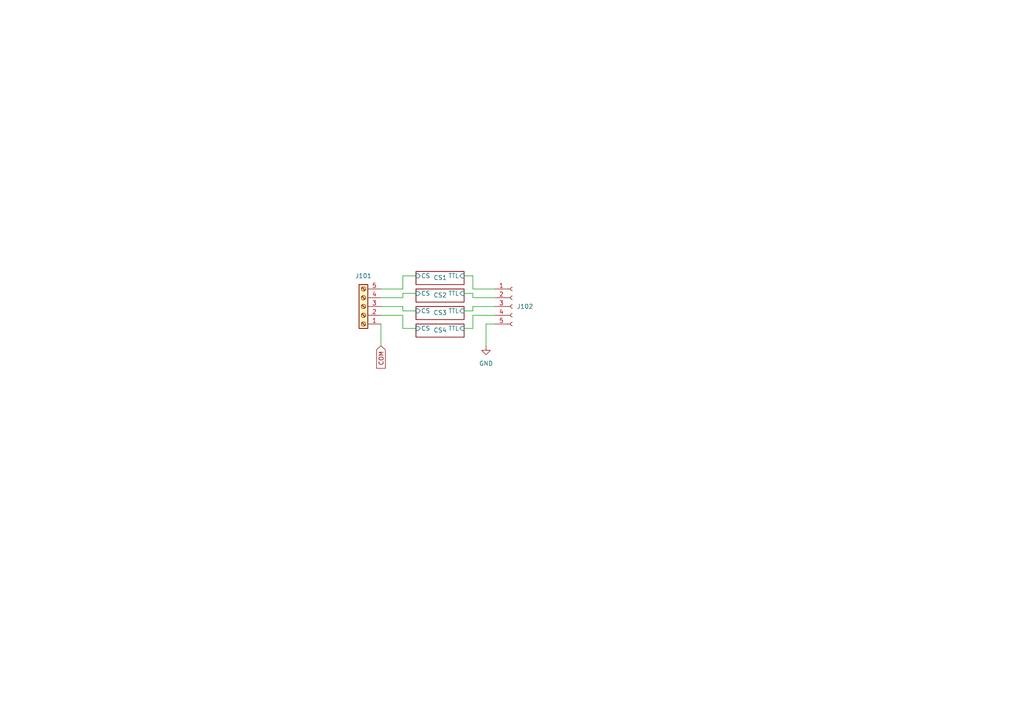
<source format=kicad_sch>
(kicad_sch (version 20230121) (generator eeschema)
  (paper "A4")
  (lib_symbols
    (symbol "Connector:Conn_01x05_Socket" (pin_names (offset 1.016) hide)
      (property "Reference" "J" (at 0 7.62 0))
      (property "Value" "Conn_01x05_Socket" (at 0 -7.62 0))
      (symbol "Conn_01x05_Socket_1_1"
        (arc (start 0 -4.572) (mid -0.5058 -5.08) (end 0 -5.588) (stroke (width 0.1524)))
        (arc (start 0 -2.032) (mid -0.5058 -2.54) (end 0 -3.048) (stroke (width 0.1524)))
        (polyline (pts (xy -1.27 -5.08) (xy -0.508 -5.08)) (stroke (width 0.1524)))
        (polyline (pts (xy -1.27 -2.54) (xy -0.508 -2.54)) (stroke (width 0.1524)))
        (polyline (pts (xy -1.27 0) (xy -0.508 0)) (stroke (width 0.1524)))
        (polyline (pts (xy -1.27 2.54) (xy -0.508 2.54)) (stroke (width 0.1524)))
        (polyline (pts (xy -1.27 5.08) (xy -0.508 5.08)) (stroke (width 0.1524)))
        (arc (start 0 0.508) (mid -0.5058 0) (end 0 -0.508) (stroke (width 0.1524)))
        (arc (start 0 3.048) (mid -0.5058 2.54) (end 0 2.032) (stroke (width 0.1524)))
        (arc (start 0 5.588) (mid -0.5058 5.08) (end 0 4.572) (stroke (width 0.1524)))
        (pin passive line (at -5.08 5.08 0) (length 3.81) (name "Pin_1") (number "1"))
        (pin passive line (at -5.08 2.54 0) (length 3.81) (name "Pin_2") (number "2"))
        (pin passive line (at -5.08 0 0) (length 3.81) (name "Pin_3") (number "3"))
        (pin passive line (at -5.08 -2.54 0) (length 3.81) (name "Pin_4") (number "4"))
        (pin passive line (at -5.08 -5.08 0) (length 3.81) (name "Pin_5") (number "5"))
      )
    )
    (symbol "Connector:Screw_Terminal_01x05" (pin_names (offset 1.016) hide)
      (property "Reference" "J" (at 0 7.62 0))
      (property "Value" "Screw_Terminal_01x05" (at 0 -7.62 0))
      (symbol "Screw_Terminal_01x05_1_1"
        (rectangle (start -1.27 6.35) (end 1.27 -6.35) (stroke (width 0.254)) (fill (type background)))
        (circle (center 0 -5.08) (radius 0.635) (stroke (width 0.1524)))
        (circle (center 0 -2.54) (radius 0.635) (stroke (width 0.1524)))
        (polyline (pts (xy -0.5334 -4.7498) (xy 0.3302 -5.588)) (stroke (width 0.1524)))
        (polyline (pts (xy -0.5334 -2.2098) (xy 0.3302 -3.048)) (stroke (width 0.1524)))
        (polyline (pts (xy -0.5334 0.3302) (xy 0.3302 -0.508)) (stroke (width 0.1524)))
        (polyline (pts (xy -0.5334 2.8702) (xy 0.3302 2.032)) (stroke (width 0.1524)))
        (polyline (pts (xy -0.5334 5.4102) (xy 0.3302 4.572)) (stroke (width 0.1524)))
        (polyline (pts (xy -0.3556 -4.572) (xy 0.508 -5.4102)) (stroke (width 0.1524)))
        (polyline (pts (xy -0.3556 -2.032) (xy 0.508 -2.8702)) (stroke (width 0.1524)))
        (polyline (pts (xy -0.3556 0.508) (xy 0.508 -0.3302)) (stroke (width 0.1524)))
        (polyline (pts (xy -0.3556 3.048) (xy 0.508 2.2098)) (stroke (width 0.1524)))
        (polyline (pts (xy -0.3556 5.588) (xy 0.508 4.7498)) (stroke (width 0.1524)))
        (circle (center 0 0) (radius 0.635) (stroke (width 0.1524)))
        (circle (center 0 2.54) (radius 0.635) (stroke (width 0.1524)))
        (circle (center 0 5.08) (radius 0.635) (stroke (width 0.1524)))
        (pin passive line (at -5.08 5.08 0) (length 3.81) (name "Pin_1") (number "1"))
        (pin passive line (at -5.08 2.54 0) (length 3.81) (name "Pin_2") (number "2"))
        (pin passive line (at -5.08 0 0) (length 3.81) (name "Pin_3") (number "3"))
        (pin passive line (at -5.08 -2.54 0) (length 3.81) (name "Pin_4") (number "4"))
        (pin passive line (at -5.08 -5.08 0) (length 3.81) (name "Pin_5") (number "5"))
      )
    )
    (symbol "power:GND" (power) (pin_names (offset 0))
      (property "Value" "GND" (at 0 -3.81 0))
      (symbol "GND_0_1"
        (polyline (pts (xy 0 0) (xy 0 -1.27) (xy 1.27 -1.27) (xy 0 -2.54) (xy -1.27 -1.27) (xy 0 -1.27)))
      )
      (symbol "GND_1_1"
        (pin power_in line (at 0 0 270) (length 0) hide (name "GND") (number "1"))
      )
    )
  )
  (wire (pts (xy 134.62 90.17) (xy 137.16 90.17)))
  (wire (pts (xy 116.84 80.01) (xy 120.65 80.01)))
  (wire (pts (xy 116.84 88.9) (xy 110.49 88.9)))
  (wire (pts (xy 137.16 80.01) (xy 137.16 83.82)))
  (wire (pts (xy 140.97 93.98) (xy 143.51 93.98)))
  (wire (pts (xy 137.16 95.25) (xy 137.16 91.44)))
  (wire (pts (xy 116.84 90.17) (xy 116.84 88.9)))
  (wire (pts (xy 120.65 95.25) (xy 116.84 95.25)))
  (wire (pts (xy 137.16 90.17) (xy 137.16 88.9)))
  (wire (pts (xy 116.84 83.82) (xy 116.84 80.01)))
  (wire (pts (xy 110.49 86.36) (xy 116.84 86.36)))
  (wire (pts (xy 116.84 91.44) (xy 110.49 91.44)))
  (wire (pts (xy 120.65 90.17) (xy 116.84 90.17)))
  (wire (pts (xy 137.16 85.09) (xy 134.62 85.09)))
  (wire (pts (xy 116.84 85.09) (xy 120.65 85.09)))
  (wire (pts (xy 137.16 83.82) (xy 143.51 83.82)))
  (wire (pts (xy 137.16 88.9) (xy 143.51 88.9)))
  (wire (pts (xy 110.49 83.82) (xy 116.84 83.82)))
  (wire (pts (xy 116.84 95.25) (xy 116.84 91.44)))
  (wire (pts (xy 134.62 95.25) (xy 137.16 95.25)))
  (wire (pts (xy 110.49 100.33) (xy 110.49 93.98)))
  (wire (pts (xy 137.16 86.36) (xy 137.16 85.09)))
  (wire (pts (xy 137.16 91.44) (xy 143.51 91.44)))
  (wire (pts (xy 143.51 86.36) (xy 137.16 86.36)))
  (wire (pts (xy 134.62 80.01) (xy 137.16 80.01)))
  (wire (pts (xy 140.97 100.33) (xy 140.97 93.98)))
  (wire (pts (xy 116.84 86.36) (xy 116.84 85.09)))
  (global_label "COM" (shape input) (at 110.49 100.33 270) (property "Intersheetrefs" "${INTERSHEET_REFS}" (effects hide)))
  (symbol (lib_id "Connector:Conn_01x05_Socket") (at 148.59 88.9 0) (unit 1)
    (property "Reference" "J102" (at 149.86 88.9 0) (effects (justify left)))
    (property "Value" "Conn_01x05_Socket" (effects hide))
    (property "Footprint" "Connector_PinSocket_2.54mm:PinSocket_1x05_P2.54mm_Horizontal" (effects hide))
  )
  (symbol (lib_id "power:GND") (at 140.97 100.33 0) (unit 1)
    (property "Reference" "#PWR0101" (effects hide))
    (property "Value" "GND" (at 140.97 105.41 0))
  )
  (symbol (lib_id "Connector:Screw_Terminal_01x05") (at 105.41 88.9 180) (unit 1)
    (property "Reference" "J101" (at 105.41 80.01 0))
    (property "Value" "Screw_Terminal_01x05" (effects hide))
    (property "Footprint" "TerminalBlock_Phoenix:TerminalBlock_Phoenix_MKDS-1,5-5-5.08_1x05_P5.08mm_Horizontal" (effects hide))
  )
  (sheet (at 120.65 93.98) (size 13.97 3.81) (stroke (width 0.1524))
    (property "Sheetname" "CS4" (at 125.73 96.52 0) (effects (justify left bottom)))
    (property "Sheetfile" "CS.kicad_sch" (effects hide))
    (pin "CS" input (at 120.65 95.25 180))
    (pin "TTL" input (at 134.62 95.25 0))
  )
  (sheet (at 120.65 83.82) (size 13.97 3.81) (stroke (width 0.1524))
    (property "Sheetname" "CS2" (at 125.73 86.36 0) (effects (justify left bottom)))
    (property "Sheetfile" "CS.kicad_sch" (effects hide))
    (pin "CS" input (at 120.65 85.09 180))
    (pin "TTL" input (at 134.62 85.09 0))
  )
  (sheet (at 120.65 88.9) (size 13.97 3.81) (stroke (width 0.1524))
    (property "Sheetname" "CS3" (at 125.73 91.44 0) (effects (justify left bottom)))
    (property "Sheetfile" "CS.kicad_sch" (effects hide))
    (pin "CS" input (at 120.65 90.17 180))
    (pin "TTL" input (at 134.62 90.17 0))
  )
  (sheet (at 120.65 78.74) (size 13.97 3.81) (stroke (width 0.1524))
    (property "Sheetname" "CS1" (at 125.73 81.28 0) (effects (justify left bottom)))
    (property "Sheetfile" "CS.kicad_sch" (effects hide))
    (pin "CS" input (at 120.65 80.01 180))
    (pin "TTL" input (at 134.62 80.01 0))
  )
)
</source>
